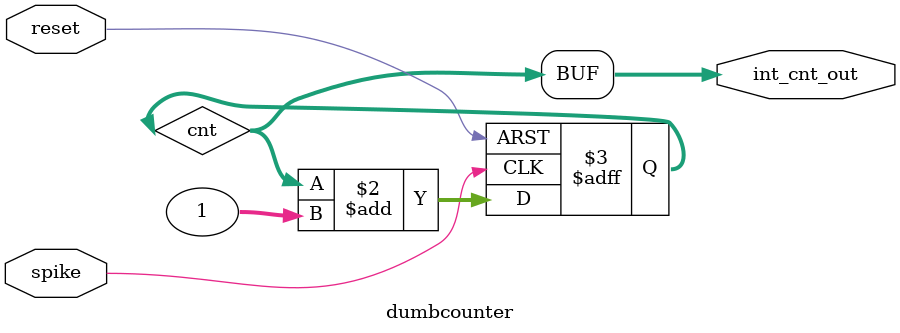
<source format=v>
module dumbcounter(spike, int_cnt_out, reset);
    input   spike, reset;
    output  [31:0] int_cnt_out;
          
    reg     [31:0]  cnt;
    
    always @(posedge spike or posedge reset) begin
        if (reset) begin
            cnt <= 32'd1;
        end
        else begin
            cnt <= cnt + 32'd1;
        end
    end
    
    assign int_cnt_out = cnt;
         
endmodule

</source>
